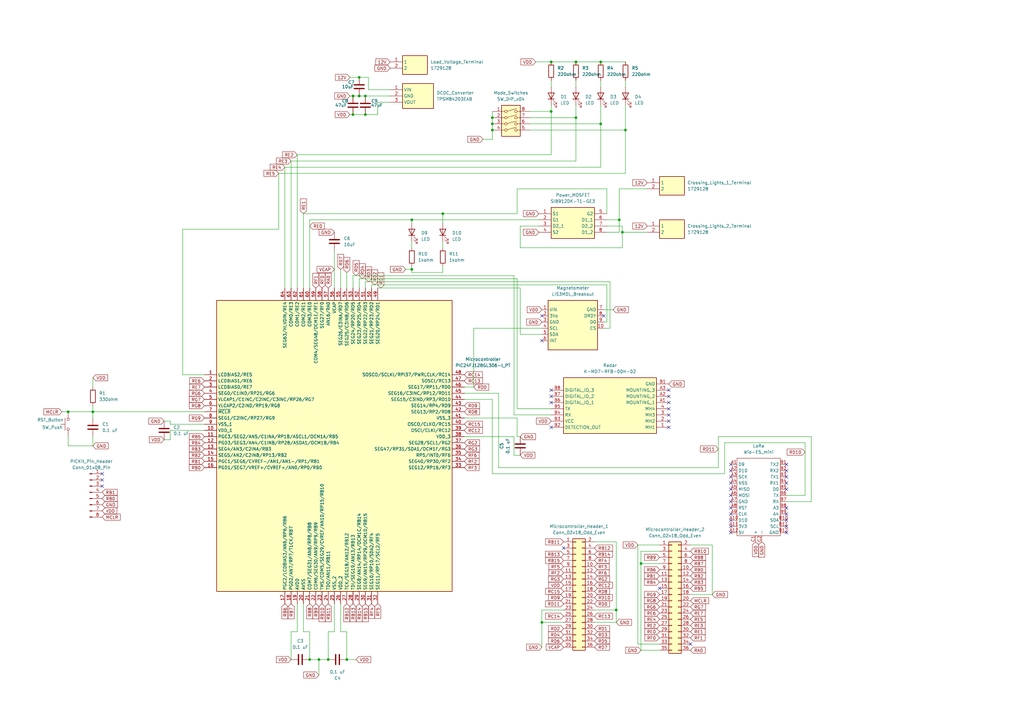
<source format=kicad_sch>
(kicad_sch (version 20231120) (generator "eeschema") (generator_version "8.0")
  (paper "A3")
  (title_block (title "Schematic for Train Detection and Warning System PCB") (date "2025-04-07") (rev "2") (company "Weber State University"))
  (junction (at 226.06 45.72))
  (junction (at 147.32 39.37))
  (junction (at 134.62 270.51))
  (junction (at 236.22 48.26))
  (junction (at 168.91 110.49))
  (junction (at 147.32 31.75))
  (junction (at 226.06 25.4))
  (junction (at 256.54 53.34))
  (junction (at 255.27 95.25))
  (junction (at 254 90.17))
  (junction (at 201.93 48.26))
  (junction (at 142.24 270.51))
  (junction (at 246.38 50.8))
  (junction (at 130.81 270.51))
  (junction (at 149.86 46.99))
  (junction (at 252.73 250.19))
  (junction (at 27.94 168.91))
  (junction (at 168.91 90.17))
  (junction (at 246.38 25.4))
  (junction (at 262.89 231.14))
  (junction (at 149.86 39.37))
  (junction (at 236.22 25.4))
  (junction (at 127 270.51))
  (junction (at 144.78 46.99))
  (junction (at 38.1 168.91))
  (junction (at 201.93 50.8))
  (junction (at 144.78 39.37))
  (junction (at 201.93 53.34))
  (junction (at 181.61 87.63))
  (junction (at 222.25 255.27))
  (no_connect (at 247.65 129.54))
  (no_connect (at 322.58 193.04))
  (no_connect (at 274.32 170.18))
  (no_connect (at 299.72 193.04))
  (no_connect (at 226.06 175.26))
  (no_connect (at 322.58 210.82))
  (no_connect (at 299.72 198.12))
  (no_connect (at 226.06 162.56))
  (no_connect (at 226.06 160.02))
  (no_connect (at 322.58 215.9))
  (no_connect (at 322.58 190.5))
  (no_connect (at 322.58 218.44))
  (no_connect (at 322.58 195.58))
  (no_connect (at 299.72 205.74))
  (no_connect (at 41.91 196.85))
  (no_connect (at 41.91 199.39))
  (no_connect (at 231.14 224.79))
  (no_connect (at 222.25 139.7))
  (no_connect (at 299.72 210.82))
  (no_connect (at 322.58 200.66))
  (no_connect (at 274.32 160.02))
  (no_connect (at 299.72 203.2))
  (no_connect (at 299.72 208.28))
  (no_connect (at 299.72 213.36))
  (no_connect (at 274.32 162.56))
  (no_connect (at 322.58 198.12))
  (no_connect (at 222.25 129.54))
  (no_connect (at 299.72 215.9))
  (no_connect (at 322.58 208.28))
  (no_connect (at 274.32 175.26))
  (no_connect (at 226.06 165.1))
  (no_connect (at 299.72 218.44))
  (no_connect (at 274.32 165.1))
  (no_connect (at 299.72 190.5))
  (no_connect (at 270.51 241.3))
  (no_connect (at 274.32 172.72))
  (no_connect (at 283.21 264.16))
  (no_connect (at 299.72 195.58))
  (no_connect (at 322.58 213.36))
  (no_connect (at 299.72 200.66))
  (no_connect (at 274.32 167.64))
  (no_connect (at 41.91 194.31))
  (wire (pts (xy 127 90.17) (xy 127 118.11)))
  (wire (pts (xy 332.74 205.74) (xy 322.58 205.74)))
  (wire (pts (xy 121.92 63.5) (xy 121.92 118.11)))
  (wire (pts (xy 168.91 109.22) (xy 168.91 110.49)))
  (wire (pts (xy 330.2 181.61) (xy 330.2 203.2)))
  (wire (pts (xy 142.24 111.76) (xy 142.24 118.11)))
  (wire (pts (xy 147.32 114.3) (xy 212.09 114.3)))
  (wire (pts (xy 270.51 264.16) (xy 261.62 264.16)))
  (wire (pts (xy 201.93 163.83) (xy 201.93 194.31)))
  (wire (pts (xy 248.92 87.63) (xy 248.92 77.47)))
  (wire (pts (xy 127 259.08) (xy 127 270.51)))
  (wire (pts (xy 201.93 48.26) (xy 201.93 45.72)))
  (wire (pts (xy 144.78 46.99) (xy 149.86 46.99)))
  (wire (pts (xy 124.46 247.65) (xy 124.46 259.08)))
  (wire (pts (xy 332.74 179.07) (xy 332.74 205.74)))
  (wire (pts (xy 181.61 87.63) (xy 124.46 87.63)))
  (wire (pts (xy 212.09 77.47) (xy 212.09 87.63)))
  (wire (pts (xy 69.85 176.53) (xy 69.85 180.34)))
  (wire (pts (xy 154.94 41.91) (xy 154.94 46.99)))
  (wire (pts (xy 222.25 255.27) (xy 231.14 255.27)))
  (wire (pts (xy 27.94 179.07) (xy 27.94 182.88)))
  (wire (pts (xy 248.92 90.17) (xy 254 90.17)))
  (wire (pts (xy 297.18 181.61) (xy 330.2 181.61)))
  (wire (pts (xy 270.51 226.06) (xy 262.89 226.06)))
  (wire (pts (xy 255.27 95.25) (xy 255.27 101.6)))
  (wire (pts (xy 130.81 270.51) (xy 134.62 270.51)))
  (wire (pts (xy 294.64 179.07) (xy 332.74 179.07)))
  (wire (pts (xy 236.22 43.18) (xy 236.22 48.26)))
  (wire (pts (xy 261.62 223.52) (xy 270.51 223.52)))
  (wire (pts (xy 69.85 173.99) (xy 83.82 173.99)))
  (wire (pts (xy 262.89 231.14) (xy 270.51 231.14)))
  (wire (pts (xy 143.51 31.75) (xy 147.32 31.75)))
  (wire (pts (xy 201.93 53.34) (xy 201.93 50.8)))
  (wire (pts (xy 226.06 63.5) (xy 121.92 63.5)))
  (wire (pts (xy 201.93 50.8) (xy 201.93 48.26)))
  (wire (pts (xy 38.1 168.91) (xy 38.1 171.45)))
  (wire (pts (xy 144.78 113.03) (xy 144.78 118.11)))
  (wire (pts (xy 38.1 179.07) (xy 38.1 182.88)))
  (wire (pts (xy 124.46 259.08) (xy 127 259.08)))
  (wire (pts (xy 213.36 92.71) (xy 213.36 101.6)))
  (wire (pts (xy 168.91 99.06) (xy 168.91 101.6)))
  (wire (pts (xy 262.89 226.06) (xy 262.89 231.14)))
  (wire (pts (xy 246.38 25.4) (xy 256.54 25.4)))
  (wire (pts (xy 194.31 134.62) (xy 222.25 134.62)))
  (wire (pts (xy 256.54 33.02) (xy 256.54 35.56)))
  (wire (pts (xy 283.21 223.52) (xy 292.1 223.52)))
  (wire (pts (xy 231.14 250.19) (xy 222.25 250.19)))
  (wire (pts (xy 142.24 259.08) (xy 139.7 259.08)))
  (wire (pts (xy 236.22 66.04) (xy 119.38 66.04)))
  (wire (pts (xy 212.09 179.07) (xy 212.09 171.45)))
  (wire (pts (xy 181.61 87.63) (xy 181.61 91.44)))
  (wire (pts (xy 256.54 53.34) (xy 256.54 71.12)))
  (wire (pts (xy 292.1 243.84) (xy 283.21 243.84)))
  (wire (pts (xy 137.16 102.87) (xy 137.16 118.11)))
  (wire (pts (xy 236.22 25.4) (xy 246.38 25.4)))
  (wire (pts (xy 226.06 45.72) (xy 226.06 63.5)))
  (wire (pts (xy 261.62 264.16) (xy 261.62 223.52)))
  (wire (pts (xy 147.32 39.37) (xy 149.86 39.37)))
  (wire (pts (xy 226.06 33.02) (xy 226.06 35.56)))
  (wire (pts (xy 25.4 168.91) (xy 27.94 168.91)))
  (wire (pts (xy 119.38 66.04) (xy 119.38 118.11)))
  (wire (pts (xy 149.86 39.37) (xy 160.02 39.37)))
  (wire (pts (xy 124.46 87.63) (xy 124.46 118.11)))
  (wire (pts (xy 330.2 203.2) (xy 322.58 203.2)))
  (wire (pts (xy 181.61 99.06) (xy 181.61 101.6)))
  (wire (pts (xy 83.82 153.67) (xy 74.93 153.67)))
  (wire (pts (xy 27.94 168.91) (xy 38.1 168.91)))
  (wire (pts (xy 142.24 259.08) (xy 142.24 270.51)))
  (wire (pts (xy 210.82 186.69) (xy 213.36 186.69)))
  (wire (pts (xy 121.92 247.65) (xy 121.92 259.08)))
  (wire (pts (xy 226.06 43.18) (xy 226.06 45.72)))
  (wire (pts (xy 144.78 39.37) (xy 147.32 39.37)))
  (wire (pts (xy 69.85 180.34) (xy 67.31 180.34)))
  (wire (pts (xy 248.92 132.08) (xy 248.92 116.84)))
  (wire (pts (xy 217.17 50.8) (xy 246.38 50.8)))
  (wire (pts (xy 69.85 172.72) (xy 67.31 172.72)))
  (wire (pts (xy 254 77.47) (xy 254 90.17)))
  (wire (pts (xy 190.5 163.83) (xy 201.93 163.83)))
  (wire (pts (xy 204.47 191.77) (xy 294.64 191.77)))
  (wire (pts (xy 254 95.25) (xy 254 90.17)))
  (wire (pts (xy 151.13 31.75) (xy 151.13 36.83)))
  (wire (pts (xy 149.86 115.57) (xy 149.86 118.11)))
  (wire (pts (xy 246.38 33.02) (xy 246.38 35.56)))
  (wire (pts (xy 247.65 132.08) (xy 248.92 132.08)))
  (wire (pts (xy 222.25 255.27) (xy 222.25 265.43)))
  (wire (pts (xy 38.1 168.91) (xy 83.82 168.91)))
  (wire (pts (xy 74.93 153.67) (xy 74.93 93.98)))
  (wire (pts (xy 226.06 25.4) (xy 236.22 25.4)))
  (wire (pts (xy 142.24 270.51) (xy 146.05 270.51)))
  (wire (pts (xy 198.12 57.15) (xy 201.93 57.15)))
  (wire (pts (xy 194.31 158.75) (xy 194.31 134.62)))
  (wire (pts (xy 130.81 276.86) (xy 130.81 270.51)))
  (wire (pts (xy 213.36 137.16) (xy 213.36 118.11)))
  (wire (pts (xy 147.32 31.75) (xy 151.13 31.75)))
  (wire (pts (xy 248.92 95.25) (xy 254 95.25)))
  (wire (pts (xy 204.47 161.29) (xy 204.47 191.77)))
  (wire (pts (xy 210.82 179.07) (xy 190.5 179.07)))
  (wire (pts (xy 236.22 48.26) (xy 236.22 66.04)))
  (wire (pts (xy 292.1 223.52) (xy 292.1 243.84)))
  (wire (pts (xy 219.71 25.4) (xy 226.06 25.4)))
  (wire (pts (xy 243.84 250.19) (xy 252.73 250.19)))
  (wire (pts (xy 201.93 57.15) (xy 201.93 53.34)))
  (wire (pts (xy 69.85 176.53) (xy 83.82 176.53)))
  (wire (pts (xy 116.84 68.58) (xy 116.84 118.11)))
  (wire (pts (xy 212.09 87.63) (xy 181.61 87.63)))
  (wire (pts (xy 210.82 186.69) (xy 210.82 179.07)))
  (wire (pts (xy 213.36 101.6) (xy 255.27 101.6)))
  (wire (pts (xy 143.51 39.37) (xy 144.78 39.37)))
  (wire (pts (xy 201.93 194.31) (xy 297.18 194.31)))
  (wire (pts (xy 119.38 259.08) (xy 119.38 270.51)))
  (wire (pts (xy 168.91 90.17) (xy 168.91 91.44)))
  (wire (pts (xy 166.37 110.49) (xy 168.91 110.49)))
  (wire (pts (xy 217.17 45.72) (xy 226.06 45.72)))
  (wire (pts (xy 217.17 48.26) (xy 236.22 48.26)))
  (wire (pts (xy 151.13 36.83) (xy 160.02 36.83)))
  (wire (pts (xy 247.65 127) (xy 251.46 127)))
  (wire (pts (xy 139.7 247.65) (xy 139.7 259.08)))
  (wire (pts (xy 250.19 134.62) (xy 250.19 115.57)))
  (wire (pts (xy 222.25 250.19) (xy 222.25 255.27)))
  (wire (pts (xy 74.93 93.98) (xy 114.3 93.98)))
  (wire (pts (xy 190.5 158.75) (xy 194.31 158.75)))
  (wire (pts (xy 212.09 167.64) (xy 226.06 167.64)))
  (wire (pts (xy 139.7 110.49) (xy 139.7 118.11)))
  (wire (pts (xy 181.61 111.76) (xy 181.61 109.22)))
  (wire (pts (xy 210.82 113.03) (xy 144.78 113.03)))
  (wire (pts (xy 147.32 118.11) (xy 147.32 114.3)))
  (wire (pts (xy 243.84 222.25) (xy 252.73 222.25)))
  (wire (pts (xy 256.54 43.18) (xy 256.54 53.34)))
  (wire (pts (xy 154.94 46.99) (xy 149.86 46.99)))
  (wire (pts (xy 121.92 259.08) (xy 119.38 259.08)))
  (wire (pts (xy 134.62 259.08) (xy 134.62 270.51)))
  (wire (pts (xy 168.91 111.76) (xy 181.61 111.76)))
  (wire (pts (xy 213.36 118.11) (xy 154.94 118.11)))
  (wire (pts (xy 212.09 114.3) (xy 212.09 167.64)))
  (wire (pts (xy 262.89 266.7) (xy 270.51 266.7)))
  (wire (pts (xy 114.3 71.12) (xy 114.3 93.98)))
  (wire (pts (xy 38.1 166.37) (xy 38.1 168.91)))
  (wire (pts (xy 265.43 77.47) (xy 254 77.47)))
  (wire (pts (xy 168.91 90.17) (xy 220.98 90.17)))
  (wire (pts (xy 27.94 182.88) (xy 38.1 182.88)))
  (wire (pts (xy 212.09 171.45) (xy 190.5 171.45)))
  (wire (pts (xy 252.73 222.25) (xy 252.73 250.19)))
  (wire (pts (xy 152.4 116.84) (xy 248.92 116.84)))
  (wire (pts (xy 210.82 170.18) (xy 210.82 113.03)))
  (wire (pts (xy 294.64 191.77) (xy 294.64 179.07)))
  (wire (pts (xy 246.38 68.58) (xy 116.84 68.58)))
  (wire (pts (xy 243.84 255.27) (xy 252.73 255.27)))
  (wire (pts (xy 127 270.51) (xy 130.81 270.51)))
  (wire (pts (xy 255.27 95.25) (xy 265.43 95.25)))
  (wire (pts (xy 247.65 134.62) (xy 250.19 134.62)))
  (wire (pts (xy 210.82 170.18) (xy 226.06 170.18)))
  (wire (pts (xy 152.4 116.84) (xy 152.4 118.11)))
  (wire (pts (xy 38.1 154.94) (xy 38.1 158.75)))
  (wire (pts (xy 217.17 53.34) (xy 256.54 53.34)))
  (wire (pts (xy 255.27 92.71) (xy 255.27 95.25)))
  (wire (pts (xy 236.22 33.02) (xy 236.22 35.56)))
  (wire (pts (xy 190.5 161.29) (xy 204.47 161.29)))
  (wire (pts (xy 256.54 71.12) (xy 114.3 71.12)))
  (wire (pts (xy 69.85 173.99) (xy 69.85 172.72)))
  (wire (pts (xy 246.38 43.18) (xy 246.38 50.8)))
  (wire (pts (xy 297.18 194.31) (xy 297.18 181.61)))
  (wire (pts (xy 212.09 179.07) (xy 213.36 179.07)))
  (wire (pts (xy 137.16 247.65) (xy 137.16 259.08)))
  (wire (pts (xy 246.38 50.8) (xy 246.38 68.58)))
  (wire (pts (xy 143.51 46.99) (xy 144.78 46.99)))
  (wire (pts (xy 160.02 41.91) (xy 154.94 41.91)))
  (wire (pts (xy 252.73 250.19) (xy 252.73 255.27)))
  (wire (pts (xy 220.98 92.71) (xy 213.36 92.71)))
  (wire (pts (xy 137.16 259.08) (xy 134.62 259.08)))
  (wire (pts (xy 127 90.17) (xy 168.91 90.17)))
  (wire (pts (xy 222.25 137.16) (xy 213.36 137.16)))
  (wire (pts (xy 262.89 231.14) (xy 262.89 266.7)))
  (wire (pts (xy 248.92 77.47) (xy 212.09 77.47)))
  (wire (pts (xy 168.91 110.49) (xy 168.91 111.76)))
  (wire (pts (xy 149.86 115.57) (xy 250.19 115.57)))
  (wire (pts (xy 248.92 92.71) (xy 255.27 92.71)))
  (global_label "RE5" (shape input) (at 114.3 71.12 180) (property "Intersheetrefs" "${INTERSHEET_REFS}" (effects (hide yes))))
  (global_label "VCAP" (shape input) (at 137.16 110.49 180) (property "Intersheetrefs" "${INTERSHEET_REFS}" (effects (hide yes))))
  (global_label "GND" (shape input) (at 252.73 255.27 0) (property "Intersheetrefs" "${INTERSHEET_REFS}" (effects (hide yes))))
  (global_label "GND" (shape input) (at 198.12 57.15 180) (property "Intersheetrefs" "${INTERSHEET_REFS}" (effects (hide yes))))
  (global_label "MCLR" (shape input) (at 41.91 212.09 0) (property "Intersheetrefs" "${INTERSHEET_REFS}" (effects (hide yes))))
  (global_label "RG3" (shape input) (at 231.14 237.49 180) (property "Intersheetrefs" "${INTERSHEET_REFS}" (effects (hide yes))))
  (global_label "RD11" (shape input) (at 294.64 184.15 180) (property "Intersheetrefs" "${INTERSHEET_REFS}" (effects (hide yes))))
  (global_label "RF4" (shape input) (at 243.84 229.87 0) (property "Intersheetrefs" "${INTERSHEET_REFS}" (effects (hide yes))))
  (global_label "RB2" (shape input) (at 283.21 236.22 0) (property "Intersheetrefs" "${INTERSHEET_REFS}" (effects (hide yes))))
  (global_label "RB9" (shape input) (at 129.54 247.65 270) (property "Intersheetrefs" "${INTERSHEET_REFS}" (effects (hide yes))))
  (global_label "GND" (shape input) (at 274.32 157.48 0) (property "Intersheetrefs" "${INTERSHEET_REFS}" (effects (hide yes))))
  (global_label "RB7" (shape input) (at 119.38 247.65 270) (property "Intersheetrefs" "${INTERSHEET_REFS}" (effects (hide yes))))
  (global_label "GND" (shape input) (at 213.36 179.07 0) (property "Intersheetrefs" "${INTERSHEET_REFS}" (effects (hide yes))))
  (global_label "RB2" (shape input) (at 83.82 186.69 180) (property "Intersheetrefs" "${INTERSHEET_REFS}" (effects (hide yes))))
  (global_label "RB10" (shape input) (at 283.21 226.06 0) (property "Intersheetrefs" "${INTERSHEET_REFS}" (effects (hide yes))))
  (global_label "RE6" (shape input) (at 270.51 251.46 180) (property "Intersheetrefs" "${INTERSHEET_REFS}" (effects (hide yes))))
  (global_label "RD6" (shape input) (at 142.24 111.76 90) (property "Intersheetrefs" "${INTERSHEET_REFS}" (effects (hide yes))))
  (global_label "GND" (shape input) (at 41.91 207.01 0) (property "Intersheetrefs" "${INTERSHEET_REFS}" (effects (hide yes))))
  (global_label "VDD" (shape input) (at 309.88 222.25 270) (property "Intersheetrefs" "${INTERSHEET_REFS}" (effects (hide yes))))
  (global_label "RF1" (shape input) (at 129.54 118.11 90) (property "Intersheetrefs" "${INTERSHEET_REFS}" (effects (hide yes))))
  (global_label "RG8" (shape input) (at 83.82 166.37 180) (property "Intersheetrefs" "${INTERSHEET_REFS}" (effects (hide yes))))
  (global_label "RE0" (shape input) (at 127 92.71 0) (property "Intersheetrefs" "${INTERSHEET_REFS}" (effects (hide yes))))
  (global_label "RE2" (shape input) (at 270.51 256.54 180) (property "Intersheetrefs" "${INTERSHEET_REFS}" (effects (hide yes))))
  (global_label "GND" (shape input) (at 251.46 127 0) (property "Intersheetrefs" "${INTERSHEET_REFS}" (effects (hide yes))))
  (global_label "RC12" (shape input) (at 190.5 176.53 0) (property "Intersheetrefs" "${INTERSHEET_REFS}" (effects (hide yes))))
  (global_label "RB12" (shape input) (at 243.84 224.79 0) (property "Intersheetrefs" "${INTERSHEET_REFS}" (effects (hide yes))))
  (global_label "RB14" (shape input) (at 243.84 227.33 0) (property "Intersheetrefs" "${INTERSHEET_REFS}" (effects (hide yes))))
  (global_label "RB1" (shape input) (at 270.51 236.22 180) (property "Intersheetrefs" "${INTERSHEET_REFS}" (effects (hide yes))))
  (global_label "VDD" (shape input) (at 146.05 270.51 0) (property "Intersheetrefs" "${INTERSHEET_REFS}" (effects (hide yes))))
  (global_label "RC14" (shape input) (at 190.5 153.67 0) (property "Intersheetrefs" "${INTERSHEET_REFS}" (effects (hide yes))))
  (global_label "RB0" (shape input) (at 83.82 191.77 180) (property "Intersheetrefs" "${INTERSHEET_REFS}" (effects (hide yes))))
  (global_label "RD3" (shape input) (at 151.13 115.57 90) (property "Intersheetrefs" "${INTERSHEET_REFS}" (effects (hide yes))))
  (global_label "RB15" (shape input) (at 231.14 229.87 180) (property "Intersheetrefs" "${INTERSHEET_REFS}" (effects (hide yes))))
  (global_label "RD2" (shape input) (at 231.14 257.81 180) (property "Intersheetrefs" "${INTERSHEET_REFS}" (effects (hide yes))))
  (global_label "RC15" (shape input) (at 231.14 242.57 180) (property "Intersheetrefs" "${INTERSHEET_REFS}" (effects (hide yes))))
  (global_label "MCLR" (shape input) (at 283.21 246.38 0) (property "Intersheetrefs" "${INTERSHEET_REFS}" (effects (hide yes))))
  (global_label "RD7" (shape input) (at 243.84 265.43 0) (property "Intersheetrefs" "${INTERSHEET_REFS}" (effects (hide yes))))
  (global_label "RD9" (shape input) (at 231.14 245.11 180) (property "Intersheetrefs" "${INTERSHEET_REFS}" (effects (hide yes))))
  (global_label "RF0" (shape input) (at 132.08 118.11 90) (property "Intersheetrefs" "${INTERSHEET_REFS}" (effects (hide yes))))
  (global_label "RG6" (shape input) (at 83.82 161.29 180) (property "Intersheetrefs" "${INTERSHEET_REFS}" (effects (hide yes))))
  (global_label "GND" (shape input) (at 262.89 266.7 180) (property "Intersheetrefs" "${INTERSHEET_REFS}" (effects (hide yes))))
  (global_label "VDD" (shape input) (at 231.14 240.03 180) (property "Intersheetrefs" "${INTERSHEET_REFS}" (effects (hide yes))))
  (global_label "GND" (shape input) (at 166.37 110.49 180) (property "Intersheetrefs" "${INTERSHEET_REFS}" (effects (hide yes))))
  (global_label "RC12" (shape input) (at 243.84 240.03 0) (property "Intersheetrefs" "${INTERSHEET_REFS}" (effects (hide yes))))
  (global_label "RB5" (shape input) (at 283.21 241.3 0) (property "Intersheetrefs" "${INTERSHEET_REFS}" (effects (hide yes))))
  (global_label "VDD" (shape input) (at 143.51 46.99 180) (property "Intersheetrefs" "${INTERSHEET_REFS}" (effects (hide yes))))
  (global_label "VDD" (shape input) (at 219.71 25.4 180) (property "Intersheetrefs" "${INTERSHEET_REFS}" (effects (hide yes))))
  (global_label "VDD" (shape input) (at 222.25 127 180) (property "Intersheetrefs" "${INTERSHEET_REFS}" (effects (hide yes))))
  (global_label "RD7" (shape input) (at 139.7 110.49 90) (property "Intersheetrefs" "${INTERSHEET_REFS}" (effects (hide yes))))
  (global_label "RG3" (shape input) (at 190.5 184.15 0) (property "Intersheetrefs" "${INTERSHEET_REFS}" (effects (hide yes))))
  (global_label "RD5" (shape input) (at 243.84 262.89 0) (property "Intersheetrefs" "${INTERSHEET_REFS}" (effects (hide yes))))
  (global_label "RB5" (shape input) (at 83.82 179.07 180) (property "Intersheetrefs" "${INTERSHEET_REFS}" (effects (hide yes))))
  (global_label "RF0" (shape input) (at 270.51 261.62 180) (property "Intersheetrefs" "${INTERSHEET_REFS}" (effects (hide yes))))
  (global_label "RD1" (shape input) (at 243.84 257.81 0) (property "Intersheetrefs" "${INTERSHEET_REFS}" (effects (hide yes))))
  (global_label "VDD" (shape input) (at 261.62 223.52 180) (property "Intersheetrefs" "${INTERSHEET_REFS}" (effects (hide yes))))
  (global_label "RG7" (shape input) (at 283.21 248.92 0) (property "Intersheetrefs" "${INTERSHEET_REFS}" (effects (hide yes))))
  (global_label "RE1" (shape input) (at 283.21 259.08 0) (property "Intersheetrefs" "${INTERSHEET_REFS}" (effects (hide yes))))
  (global_label "RE1" (shape input) (at 124.46 87.63 90) (property "Intersheetrefs" "${INTERSHEET_REFS}" (effects (hide yes))))
  (global_label "RD10" (shape input) (at 243.84 245.11 0) (property "Intersheetrefs" "${INTERSHEET_REFS}" (effects (hide yes))))
  (global_label "RD6" (shape input) (at 231.14 262.89 180) (property "Intersheetrefs" "${INTERSHEET_REFS}" (effects (hide yes))))
  (global_label "RE6" (shape input) (at 83.82 156.21 180) (property "Intersheetrefs" "${INTERSHEET_REFS}" (effects (hide yes))))
  (global_label "RD4" (shape input) (at 148.59 114.3 90) (property "Intersheetrefs" "${INTERSHEET_REFS}" (effects (hide yes))))
  (global_label "RD8" (shape input) (at 243.84 242.57 0) (property "Intersheetrefs" "${INTERSHEET_REFS}" (effects (hide yes))))
  (global_label "RG9" (shape input) (at 270.51 243.84 180) (property "Intersheetrefs" "${INTERSHEET_REFS}" (effects (hide yes))))
  (global_label "RB7" (shape input) (at 283.21 231.14 0) (property "Intersheetrefs" "${INTERSHEET_REFS}" (effects (hide yes))))
  (global_label "12V" (shape input) (at 143.51 31.75 180) (property "Intersheetrefs" "${INTERSHEET_REFS}" (effects (hide yes))))
  (global_label "VDD" (shape input) (at 119.38 270.51 180) (property "Intersheetrefs" "${INTERSHEET_REFS}" (effects (hide yes))))
  (global_label "GND" (shape input) (at 143.51 39.37 180) (property "Intersheetrefs" "${INTERSHEET_REFS}" (effects (hide yes))))
  (global_label "RG2" (shape input) (at 243.84 237.49 0) (property "Intersheetrefs" "${INTERSHEET_REFS}" (effects (hide yes))))
  (global_label "RD0" (shape input) (at 194.31 158.75 0) (property "Intersheetrefs" "${INTERSHEET_REFS}" (effects (hide yes))))
  (global_label "GND" (shape input) (at 38.1 182.88 0) (property "Intersheetrefs" "${INTERSHEET_REFS}" (effects (hide yes))))
  (global_label "RB3" (shape input) (at 283.21 238.76 0) (property "Intersheetrefs" "${INTERSHEET_REFS}" (effects (hide yes))))
  (global_label "RG2" (shape input) (at 190.5 181.61 0) (property "Intersheetrefs" "${INTERSHEET_REFS}" (effects (hide yes))))
  (global_label "RG9" (shape input) (at 83.82 171.45 180) (property "Intersheetrefs" "${INTERSHEET_REFS}" (effects (hide yes))))
  (global_label "RE7" (shape input) (at 83.82 158.75 180) (property "Intersheetrefs" "${INTERSHEET_REFS}" (effects (hide yes))))
  (global_label "GND" (shape input) (at 222.25 265.43 180) (property "Intersheetrefs" "${INTERSHEET_REFS}" (effects (hide yes))))
  (global_label "RD1" (shape input) (at 156.21 118.11 90) (property "Intersheetrefs" "${INTERSHEET_REFS}" (effects (hide yes))))
  (global_label "12V" (shape input) (at 265.43 92.71 180) (property "Intersheetrefs" "${INTERSHEET_REFS}" (effects (hide yes))))
  (global_label "VDD" (shape input) (at 41.91 209.55 0) (property "Intersheetrefs" "${INTERSHEET_REFS}" (effects (hide yes))))
  (global_label "GND" (shape input) (at 222.25 132.08 180) (property "Intersheetrefs" "${INTERSHEET_REFS}" (effects (hide yes))))
  (global_label "RF3" (shape input) (at 243.84 232.41 0) (property "Intersheetrefs" "${INTERSHEET_REFS}" (effects (hide yes))))
  (global_label "RB1" (shape input) (at 41.91 201.93 0) (property "Intersheetrefs" "${INTERSHEET_REFS}" (effects (hide yes))))
  (global_label "RF6" (shape input) (at 243.84 234.95 0) (property "Intersheetrefs" "${INTERSHEET_REFS}" (effects (hide yes))))
  (global_label "RB0" (shape input) (at 41.91 204.47 0) (property "Intersheetrefs" "${INTERSHEET_REFS}" (effects (hide yes))))
  (global_label "RB6" (shape input) (at 270.51 233.68 180) (property "Intersheetrefs" "${INTERSHEET_REFS}" (effects (hide yes))))
  (global_label "GND" (shape input) (at 67.31 172.72 180) (property "Intersheetrefs" "${INTERSHEET_REFS}" (effects (hide yes))))
  (global_label "RE4" (shape input) (at 270.51 254 180) (property "Intersheetrefs" "${INTERSHEET_REFS}" (effects (hide yes))))
  (global_label "RD0" (shape input) (at 243.84 247.65 0) (property "Intersheetrefs" "${INTERSHEET_REFS}" (effects (hide yes))))
  (global_label "VCAP" (shape input) (at 231.14 265.43 180) (property "Intersheetrefs" "${INTERSHEET_REFS}" (effects (hide yes))))
  (global_label "RF5" (shape input) (at 154.94 247.65 270) (property "Intersheetrefs" "${INTERSHEET_REFS}" (effects (hide yes))))
  (global_label "VDD" (shape input) (at 213.36 186.69 0) (property "Intersheetrefs" "${INTERSHEET_REFS}" (effects (hide yes))))
  (global_label "RG8" (shape input) (at 270.51 246.38 180) (property "Intersheetrefs" "${INTERSHEET_REFS}" (effects (hide yes))))
  (global_label "RD4" (shape input) (at 231.14 260.35 180) (property "Intersheetrefs" "${INTERSHEET_REFS}" (effects (hide yes))))
  (global_label "GND" (shape input) (at 292.1 243.84 0) (property "Intersheetrefs" "${INTERSHEET_REFS}" (effects (hide yes))))
  (global_label "RE4" (shape input) (at 116.84 68.58 180) (property "Intersheetrefs" "${INTERSHEET_REFS}" (effects (hide yes))))
  (global_label "RD11" (shape input) (at 231.14 247.65 180) (property "Intersheetrefs" "${INTERSHEET_REFS}" (effects (hide yes))))
  (global_label "GND" (shape input) (at 220.98 95.25 180) (property "Intersheetrefs" "${INTERSHEET_REFS}" (effects (hide yes))))
  (global_label "RF3" (shape input) (at 190.5 191.77 0) (property "Intersheetrefs" "${INTERSHEET_REFS}" (effects (hide yes))))
  (global_label "RB13" (shape input) (at 144.78 247.65 270) (property "Intersheetrefs" "${INTERSHEET_REFS}" (effects (hide yes))))
  (global_label "12V" (shape input) (at 160.02 25.4 180) (property "Intersheetrefs" "${INTERSHEET_REFS}" (effects (hide yes))))
  (global_label "RC13" (shape input) (at 243.84 252.73 0) (property "Intersheetrefs" "${INTERSHEET_REFS}" (effects (hide yes))))
  (global_label "MCLR" (shape input) (at 25.4 168.91 180) (property "Intersheetrefs" "${INTERSHEET_REFS}" (effects (hide yes))))
  (global_label "RC13" (shape input) (at 190.5 156.21 0) (property "Intersheetrefs" "${INTERSHEET_REFS}" (effects (hide yes))))
  (global_label "RA0" (shape input) (at 283.21 266.7 0) (property "Intersheetrefs" "${INTERSHEET_REFS}" (effects (hide yes))))
  (global_label "RF1" (shape input) (at 283.21 261.62 0) (property "Intersheetrefs" "${INTERSHEET_REFS}" (effects (hide yes))))
  (global_label "RD9" (shape input) (at 190.5 166.37 0) (property "Intersheetrefs" "${INTERSHEET_REFS}" (effects (hide yes))))
  (global_label "RB14" (shape input) (at 147.32 247.65 270) (property "Intersheetrefs" "${INTERSHEET_REFS}" (effects (hide yes))))
  (global_label "RF2" (shape input) (at 190.5 189.23 0) (property "Intersheetrefs" "${INTERSHEET_REFS}" (effects (hide yes))))
  (global_label "RB3" (shape input) (at 83.82 184.15 180) (property "Intersheetrefs" "${INTERSHEET_REFS}" (effects (hide yes))))
  (global_label "GND" (shape input) (at 130.81 276.86 180) (property "Intersheetrefs" "${INTERSHEET_REFS}" (effects (hide yes))))
  (global_label "RB10" (shape input) (at 132.08 247.65 270) (property "Intersheetrefs" "${INTERSHEET_REFS}" (effects (hide yes))))
  (global_label "RF2" (shape input) (at 231.14 234.95 180) (property "Intersheetrefs" "${INTERSHEET_REFS}" (effects (hide yes))))
  (global_label "RG6" (shape input) (at 270.51 248.92 180) (property "Intersheetrefs" "${INTERSHEET_REFS}" (effects (hide yes))))
  (global_label "RB8" (shape input) (at 127 247.65 270) (property "Intersheetrefs" "${INTERSHEET_REFS}" (effects (hide yes))))
  (global_label "RF4" (shape input) (at 152.4 247.65 270) (property "Intersheetrefs" "${INTERSHEET_REFS}" (effects (hide yes))))
  (global_label "RC15" (shape input) (at 190.5 173.99 0) (property "Intersheetrefs" "${INTERSHEET_REFS}" (effects (hide yes))))
  (global_label "GND" (shape input) (at 137.16 95.25 180) (property "Intersheetrefs" "${INTERSHEET_REFS}" (effects (hide yes))))
  (global_label "RB11" (shape input) (at 231.14 222.25 180) (property "Intersheetrefs" "${INTERSHEET_REFS}" (effects (hide yes))))
  (global_label "RE2" (shape input) (at 121.92 63.5 180) (property "Intersheetrefs" "${INTERSHEET_REFS}" (effects (hide yes))))
  (global_label "RB6" (shape input) (at 116.84 247.65 270) (property "Intersheetrefs" "${INTERSHEET_REFS}" (effects (hide yes))))
  (global_label "RC14" (shape input) (at 231.14 252.73 180) (property "Intersheetrefs" "${INTERSHEET_REFS}" (effects (hide yes))))
  (global_label "RB0" (shape input) (at 283.21 233.68 0) (property "Intersheetrefs" "${INTERSHEET_REFS}" (effects (hide yes))))
  (global_label "RE5" (shape input) (at 283.21 254 0) (property "Intersheetrefs" "${INTERSHEET_REFS}" (effects (hide yes))))
  (global_label "RB4" (shape input) (at 83.82 181.61 180) (property "Intersheetrefs" "${INTERSHEET_REFS}" (effects (hide yes))))
  (global_label "VDD" (shape input) (at 226.06 172.72 180) (property "Intersheetrefs" "${INTERSHEET_REFS}" (effects (hide yes))))
  (global_label "RB13" (shape input) (at 231.14 227.33 180) (property "Intersheetrefs" "${INTERSHEET_REFS}" (effects (hide yes))))
  (global_label "RG7" (shape input) (at 83.82 163.83 180) (property "Intersheetrefs" "${INTERSHEET_REFS}" (effects (hide yes))))
  (global_label "RD2" (shape input) (at 153.67 116.84 90) (property "Intersheetrefs" "${INTERSHEET_REFS}" (effects (hide yes))))
  (global_label "RB9" (shape input) (at 270.51 228.6 180) (property "Intersheetrefs" "${INTERSHEET_REFS}" (effects (hide yes))))
  (global_label "RB1" (shape input) (at 83.82 189.23 180) (property "Intersheetrefs" "${INTERSHEET_REFS}" (effects (hide yes))))
  (global_label "RE3" (shape input) (at 283.21 256.54 0) (property "Intersheetrefs" "${INTERSHEET_REFS}" (effects (hide yes))))
  (global_label "RA0" (shape input) (at 134.62 118.11 90) (property "Intersheetrefs" "${INTERSHEET_REFS}" (effects (hide yes))))
  (global_label "GND" (shape input) (at 160.02 27.94 180) (property "Intersheetrefs" "${INTERSHEET_REFS}" (effects (hide yes))))
  (global_label "RB4" (shape input) (at 270.51 238.76 180) (property "Intersheetrefs" "${INTERSHEET_REFS}" (effects (hide yes))))
  (global_label "12V" (shape input) (at 265.43 74.93 180) (property "Intersheetrefs" "${INTERSHEET_REFS}" (effects (hide yes))))
  (global_label "RD5" (shape input) (at 146.05 113.03 90) (property "Intersheetrefs" "${INTERSHEET_REFS}" (effects (hide yes))))
  (global_label "RE7" (shape input) (at 283.21 251.46 0) (property "Intersheetrefs" "${INTERSHEET_REFS}" (effects (hide yes))))
  (global_label "RD3" (shape input) (at 243.84 260.35 0) (property "Intersheetrefs" "${INTERSHEET_REFS}" (effects (hide yes))))
  (global_label "GND" (shape input) (at 220.98 87.63 180) (property "Intersheetrefs" "${INTERSHEET_REFS}" (effects (hide yes))))
  (global_label "RB8" (shape input) (at 283.21 228.6 0) (property "Intersheetrefs" "${INTERSHEET_REFS}" (effects (hide yes))))
  (global_label "RF5" (shape input) (at 231.14 232.41 180) (property "Intersheetrefs" "${INTERSHEET_REFS}" (effects (hide yes))))
  (global_label "VDD" (shape input) (at 67.31 180.34 180) (property "Intersheetrefs" "${INTERSHEET_REFS}" (effects (hide yes))))
  (global_label "RB15" (shape input) (at 149.86 247.65 270) (property "Intersheetrefs" "${INTERSHEET_REFS}" (effects (hide yes))))
  (global_label "RD10" (shape input) (at 330.2 185.42 180) (property "Intersheetrefs" "${INTERSHEET_REFS}" (effects (hide yes))))
  (global_label "VDD" (shape input) (at 38.1 154.94 0) (property "Intersheetrefs" "${INTERSHEET_REFS}" (effects (hide yes))))
  (global_label "RB12" (shape input) (at 142.24 247.65 270) (property "Intersheetrefs" "${INTERSHEET_REFS}" (effects (hide yes))))
  (global_label "RF6" (shape input) (at 190.5 186.69 0) (property "Intersheetrefs" "${INTERSHEET_REFS}" (effects (hide yes))))
  (global_label "RE3" (shape input) (at 119.38 66.04 180) (property "Intersheetrefs" "${INTERSHEET_REFS}" (effects (hide yes))))
  (global_label "RE0" (shape input) (at 270.51 259.08 180) (property "Intersheetrefs" "${INTERSHEET_REFS}" (effects (hide yes))))
  (global_label "GND" (shape input) (at 312.42 222.25 270) (property "Intersheetrefs" "${INTERSHEET_REFS}" (effects (hide yes))))
  (global_label "RB11" (shape input) (at 134.62 247.65 270) (property "Intersheetrefs" "${INTERSHEET_REFS}" (effects (hide yes))))
  (global_label "RD8" (shape input) (at 190.5 168.91 0) (property "Intersheetrefs" "${INTERSHEET_REFS}" (effects (hide yes))))
  (symbol (lib_id "Screw_Terminal_Symbols:1729128") (at 265.43 92.71 0) (unit 1)
    (property "Reference" "Crossing_Lights_2_Terminal" (at 281.94 92.7099 0) (effects (justify left)))
    (property "Value" "1729128" (at 281.94 95.2499 0) (effects (justify left)))
    (property "Footprint" "Screw_Terminal:1729128" (effects (hide yes)))
    (property "Datasheet" "http://www.phoenixcontact.net/product/1729128" (effects (hide yes)))
    (property "Description" "PCB terminal block, nominal current: 13.5 A, rated voltage (III/2): 400 V, nominal cross section: 1.5 mm?, Number of potentials: 2, Number of rows: 1, Number of positions per row: 2, product range: MKDSN 1,5, pitch: 5.08 mm, connection method: Screw connection with tension sleeve, mounting: Wave soldering, conductor/PCB connection direction: 0 ?, color: green, Pin layout: Linear pinning, Solder pin [P]: 3.5 mm, type of packaging: packed in cardboard" (effects (hide yes)))
    (property "Height" "10.15" (effects (hide yes)))
    (property "Mouser Part Number" "651-1729128" (effects (hide yes)))
    (property "Mouser Price/Stock" "https://www.mouser.co.uk/ProductDetail/Phoenix-Contact/1729128?qs=GFUSqQMLmmnCBVBY3dts9w%3D%3D" (effects (hide yes)))
    (property "Manufacturer_Name" "Phoenix Contact" (effects (hide yes)))
    (property "Manufacturer_Part_Number" "1729128" (effects (hide yes)))
  )
  (symbol (lib_id "Device:R") (at 168.91 105.41 0) (unit 1)
    (property "Reference" "R10" (at 171.45 104.1399 0) (effects (justify left)))
    (property "Value" "1kohm" (at 171.45 106.6799 0) (effects (justify left)))
    (property "Footprint" "Resistor_SMD:R_0603_1608Metric" (effects (hide yes)))
    (property "Description" "Resistor" (effects (hide yes)))
  )
  (symbol (lib_id "Device:LED") (at 256.54 39.37 90) (unit 1)
    (property "Reference" "D4" (at 260.35 39.6874 90) (effects (justify right)))
    (property "Value" "LED" (at 260.35 42.2274 90) (effects (justify right)))
    (property "Footprint" "LED_THT:LED_D5.0mm" (effects (hide yes)))
    (property "Description" "Light emitting diode" (effects (hide yes)))
  )
  (symbol (lib_id "Device:R") (at 256.54 29.21 0) (unit 1)
    (property "Reference" "R5" (at 259.08 27.9399 0) (effects (justify left)))
    (property "Value" "220ohm" (at 259.08 30.4799 0) (effects (justify left)))
    (property "Footprint" "Resistor_SMD:R_0603_1608Metric" (effects (hide yes)))
    (property "Description" "Resistor" (effects (hide yes)))
  )
  (symbol (lib_id "Device:C") (at 147.32 35.56 0) (unit 1)
    (property "Reference" "C7" (at 142.748 33.782 0) (effects (justify left)))
    (property "Value" "10uF" (at 140.208 35.56 0) (effects (justify left)))
    (property "Footprint" "Capacitor_SMD:C_0603_1608Metric" (effects (hide yes)))
    (property "Description" "Unpolarized capacitor" (effects (hide yes)))
  )
  (symbol (lib_id "PIC24FJ128GL306-I_PT1.1:PIC24FJ128GL306-I_PT") (at 83.82 153.67 0) (unit 1)
    (property "Reference" "Microcontroller" (at 198.12 147.3514 0))
    (property "Value" "PIC24FJ128GL306-I_PT" (at 198.12 149.8914 0))
    (property "Footprint" "pic24_footprint:QFP50P1200X1200X120-64N" (effects (hide yes)))
    (property "Datasheet" "http://ww1.microchip.com/downloads/en/DeviceDoc/PIC24FJ128GL306-Family-Data-Sheet-DS30010198B.pdf" (effects (hide yes)))
    (property "Description" "16-bit Microcontrollers - MCU 16-bit, 16 MIPS, 128KB ECC Flash, 8KB RAM, LCD, XLP, 64-pin" (effects (hide yes)))
    (property "Height" "1.2" (effects (hide yes)))
    (property "Mouser Part Number" "579-C24FJ128GL306IPT" (effects (hide yes)))
    (property "Mouser Price/Stock" "https://www.mouser.co.uk/ProductDetail/Microchip-Technology/PIC24FJ128GL306-I-PT?qs=GBLSl2AkirtHmG5CiG9GPw%3D%3D" (effects (hide yes)))
    (property "Manufacturer_Name" "Microchip" (effects (hide yes)))
    (property "Manufacturer_Part_Number" "PIC24FJ128GL306-I/PT" (effects (hide yes)))
  )
  (symbol (lib_id "Device:C") (at 137.16 99.06 0) (unit 1)
    (property "Reference" "C6" (at 140.97 97.7899 0) (effects (justify left)))
    (property "Value" "10uF" (at 140.97 100.3299 0) (effects (justify left)))
    (property "Footprint" "Capacitor_SMD:C_0603_1608Metric" (effects (hide yes)))
    (property "Description" "Unpolarized capacitor" (effects (hide yes)))
  )
  (symbol (lib_id "Device:C") (at 123.19 270.51 270) (unit 1)
    (property "Reference" "C3" (at 123.19 262.89 90))
    (property "Value" "0.1 uF" (at 123.19 265.43 90))
    (property "Footprint" "Capacitor_SMD:C_0603_1608Metric" (effects (hide yes)))
    (property "Description" "Unpolarized capacitor" (effects (hide yes)))
  )
  (symbol (lib_id "Device:C") (at 213.36 182.88 0) (unit 1)
    (property "Reference" "C5" (at 205.74 182.88 90))
    (property "Value" "0.1 uF" (at 208.28 182.88 90))
    (property "Footprint" "Capacitor_SMD:C_0603_1608Metric" (effects (hide yes)))
    (property "Description" "Unpolarized capacitor" (effects (hide yes)))
  )
  (symbol (lib_id "Device:C") (at 138.43 270.51 90) (unit 1)
    (property "Reference" "C4" (at 138.43 278.13 90))
    (property "Value" "0.1 uF" (at 138.43 275.59 90))
    (property "Footprint" "Capacitor_SMD:C_0603_1608Metric" (effects (hide yes)))
    (property "Description" "Unpolarized capacitor" (effects (hide yes)))
  )
  (symbol (lib_id "Device:R") (at 181.61 105.41 0) (unit 1)
    (property "Reference" "R11" (at 184.15 104.1399 0) (effects (justify left)))
    (property "Value" "1kohm" (at 184.15 106.6799 0) (effects (justify left)))
    (property "Footprint" "Resistor_SMD:R_0603_1608Metric" (effects (hide yes)))
    (property "Description" "Resistor" (effects (hide yes)))
  )
  (symbol (lib_id "LoRa_Tranciever:Wio-E5_min") (at 307.34 193.04 0) (unit 1)
    (property "Reference" "LoRa" (at 311.15 182.88 0))
    (property "Value" "Wio-E5_mini" (at 311.15 185.42 0))
    (property "Footprint" "LoRa Tranciever:Wio-E5_mini" (effects (hide yes)))
  )
  (symbol (lib_id "K-MD7-RFB-00H-02:K-MD7-RFB-00H-02") (at 274.32 175.26 180) (unit 1)
    (property "Reference" "Radar" (at 250.19 149.86 0))
    (property "Value" "K-MD7-RFB-00H-02" (at 250.19 152.4 0))
    (property "Footprint" "Radar:KMD7RFB00H02" (effects (hide yes)))
    (property "Datasheet" "https://rfbeam.ch/wp-content/uploads/dlm_uploads/2023/04/Datasheet_K-MD7.pdf" (effects (hide yes)))
    (property "Description" "RF Transceiver 24GHz digital multi target tracking radar" (effects (hide yes)))
    (property "Height" "8.3" (effects (hide yes)))
    (property "Manufacturer_Name" "RFBEAM" (effects (hide yes)))
    (property "Manufacturer_Part_Number" "K-MD7-RFB-00H-02" (effects (hide yes)))
  )
  (symbol (lib_id "Switch:SW_DIP_x04") (at 209.55 50.8 0) (unit 1)
    (property "Reference" "Mode_Switches" (at 209.55 38.1 0))
    (property "Value" "SW_DIP_x04" (at 209.55 40.64 0))
    (property "Footprint" "Button_Switch_THT:SW_DIP_SPSTx04_Piano_10.8x11.72mm_W7.62mm_P2.54mm" (effects (hide yes)))
    (property "Description" "4x DIP Switch, Single Pole Single Throw (SPST) switch, small symbol" (effects (hide yes)))
  )
  (symbol (lib_id "Screw_Terminal_Symbols:1729128") (at 265.43 74.93 0) (unit 1)
    (property "Reference" "Crossing_Lights_1_Terminal" (at 281.94 74.9299 0) (effects (justify left)))
    (property "Value" "1729128" (at 281.94 77.4699 0) (effects (justify left)))
    (property "Footprint" "Screw_Terminal:1729128" (effects (hide yes)))
    (property "Datasheet" "http://www.phoenixcontact.net/product/1729128" (effects (hide yes)))
    (property "Description" "PCB terminal block, nominal current: 13.5 A, rated voltage (III/2): 400 V, nominal cross section: 1.5 mm?, Number of potentials: 2, Number of rows: 1, Number of positions per row: 2, product range: MKDSN 1,5, pitch: 5.08 mm, connection method: Screw connection with tension sleeve, mounting: Wave soldering, conductor/PCB connection direction: 0 ?, color: green, Pin layout: Linear pinning, Solder pin [P]: 3.5 mm, type of packaging: packed in cardboard" (effects (hide yes)))
    (property "Height" "10.15" (effects (hide yes)))
    (property "Mouser Part Number" "651-1729128" (effects (hide yes)))
    (property "Mouser Price/Stock" "https://www.mouser.co.uk/ProductDetail/Phoenix-Contact/1729128?qs=GFUSqQMLmmnCBVBY3dts9w%3D%3D" (effects (hide yes)))
    (property "Manufacturer_Name" "Phoenix Contact" (effects (hide yes)))
    (property "Manufacturer_Part_Number" "1729128" (effects (hide yes)))
  )
  (symbol (lib_id "Device:C") (at 144.78 43.18 0) (unit 1)
    (property "Reference" "C8" (at 140.208 41.402 0) (effects (justify left)))
    (property "Value" "47uF" (at 137.414 43.18 0) (effects (justify left)))
    (property "Footprint" "Capacitor_SMD:C_1210_3225Metric" (effects (hide yes)))
    (property "Description" "Unpolarized capacitor" (effects (hide yes)))
  )
  (symbol (lib_id "Step_Down_Voltage:TPSM84203EAB") (at 160.02 36.83 0) (unit 1)
    (property "Reference" "DCDC_Converter" (at 179.07 38.0999 0) (effects (justify left)))
    (property "Value" "TPSM84203EAB" (at 179.07 40.6399 0) (effects (justify left)))
    (property "Footprint" "Step_Down_Voltage:TPSM84203EAB" (effects (hide yes)))
    (property "Datasheet" "http://www.ti.com/lit/gpn/tpsm84203" (effects (hide yes)))
    (property "Description" "1.5A, 28V Input, 3.3V Output, TO-220 Power Module" (effects (hide yes)))
    (property "Height" "11.1" (effects (hide yes)))
    (property "Mouser Part Number" "595-TPSM84203EAB" (effects (hide yes)))
    (property "Mouser Price/Stock" "https://www.mouser.co.uk/ProductDetail/Texas-Instruments/TPSM84203EAB?qs=EU6FO9ffTwdvD6IyQBtt5A%3D%3D" (effects (hide yes)))
    (property "Manufacturer_Name" "Texas Instruments" (effects (hide yes)))
    (property "Manufacturer_Part_Number" "TPSM84203EAB" (effects (hide yes)))
  )
  (symbol (lib_id "Connector_Generic:Conn_02x18_Odd_Even") (at 236.22 242.57 0) (unit 1)
    (property "Reference" "Microcontroller_Header_1" (at 237.49 215.9 0))
    (property "Value" "Conn_02x18_Odd_Even" (at 237.49 218.44 0))
    (property "Footprint" "Connector_PinSocket_2.54mm:PinSocket_2x18_P2.54mm_Vertical" (effects (hide yes)))
    (property "Description" "Generic connector, double row, 02x18, odd/even pin numbering scheme (row 1 odd numbers, row 2 even numbers), script generated (kicad-library-utils/schlib/autogen/connector/)" (effects (hide yes)))
  )
  (symbol (lib_id "Device:R") (at 236.22 29.21 0) (unit 1)
    (property "Reference" "R3" (at 238.76 27.9399 0) (effects (justify left)))
    (property "Value" "220ohm" (at 238.76 30.4799 0) (effects (justify left)))
    (property "Footprint" "Resistor_SMD:R_0603_1608Metric" (effects (hide yes)))
    (property "Description" "Resistor" (effects (hide yes)))
  )
  (symbol (lib_id "Connector:Conn_01x08_Pin") (at 36.83 201.93 0) (unit 1)
    (property "Reference" "PICKit_Pin_Header" (at 37.465 189.23 0))
    (property "Value" "Conn_01x08_Pin" (at 37.465 191.77 0))
    (property "Footprint" "Connector_PinHeader_2.54mm:PinHeader_1x08_P2.54mm_Horizontal" (effects (hide yes)))
    (property "Description" "Generic connector, single row, 01x08, script generated" (effects (hide yes)))
  )
  (symbol (lib_id "SIB912DK-T1-GE3:SIB912DK-T1-GE3") (at 220.98 87.63 0) (unit 1)
    (property "Reference" "Power_MOSFET" (at 234.95 80.01 0))
    (property "Value" "SIB912DK-T1-GE3" (at 234.95 82.55 0))
    (property "Footprint" "Power_MOSFET:SIB912DKT1GE3" (effects (hide yes)))
    (property "Datasheet" "http://www.vishay.com/docs/68883/sib912dk.pdf" (effects (hide yes)))
    (property "Description" "MOSFET 20V Vds 8V Vgs PowerPAK SC-75" (effects (hide yes)))
    (property "Height" "0.85" (effects (hide yes)))
    (property "Mouser Part Number" "781-SIB912DK-GE3" (effects (hide yes)))
    (property "Mouser Price/Stock" "https://www.mouser.co.uk/ProductDetail/Vishay-Siliconix/SIB912DK-T1-GE3?qs=%252BPu8jn5UVnHGMKmKFaGqHw%3D%3D" (effects (hide yes)))
    (property "Manufacturer_Name" "Vishay" (effects (hide yes)))
    (property "Manufacturer_Part_Number" "SIB912DK-T1-GE3" (effects (hide yes)))
  )
  (symbol (lib_id "Device:LED") (at 226.06 39.37 90) (unit 1)
    (property "Reference" "D1" (at 229.87 39.6874 90) (effects (justify right)))
    (property "Value" "LED" (at 229.87 42.2274 90) (effects (justify right)))
    (property "Footprint" "LED_THT:LED_D5.0mm" (effects (hide yes)))
    (property "Description" "Light emitting diode" (effects (hide yes)))
  )
  (symbol (lib_id "Device:LED") (at 181.61 95.25 90) (unit 1)
    (property "Reference" "D10" (at 185.42 95.5674 90) (effects (justify right)))
    (property "Value" "LED" (at 185.42 98.1074 90) (effects (justify right)))
    (property "Footprint" "LED_THT:LED_D5.0mm" (effects (hide yes)))
    (property "Description" "Light emitting diode" (effects (hide yes)))
  )
  (symbol (lib_id "Sensor_Magnetic:LIS3MDL_Breakout") (at 264.16 162.56 0) (unit 1)
    (property "Reference" "Magnetometer" (at 234.95 118.11 0))
    (property "Value" "LIS3MDL_Breakout" (at 234.95 120.65 0))
    (property "Footprint" "Adafruit-LIS3MDL-PCB-master:LIS3MDL" (effects (hide yes)))
    (property "Datasheet" "https://www.st.com/resource/en/datasheet/lis3mdl.pdf" (effects (hide yes)))
    (property "Description" "Ultra-low-power, 3-axis digital output magnetometer, LGA-12" (effects (hide yes)))
  )
  (symbol (lib_id "Device:R") (at 226.06 29.21 0) (unit 1)
    (property "Reference" "R2" (at 228.6 27.9399 0) (effects (justify left)))
    (property "Value" "220ohm" (at 228.6 30.4799 0) (effects (justify left)))
    (property "Footprint" "Resistor_SMD:R_0603_1608Metric" (effects (hide yes)))
    (property "Description" "Resistor" (effects (hide yes)))
  )
  (symbol (lib_id "Device:R") (at 38.1 162.56 0) (unit 1)
    (property "Reference" "R1" (at 40.64 161.2899 0) (effects (justify left)))
    (property "Value" "330ohm" (at 40.64 163.8299 0) (effects (justify left)))
    (property "Footprint" "Resistor_SMD:R_0603_1608Metric" (effects (hide yes)))
    (property "Description" "Resistor" (effects (hide yes)))
  )
  (symbol (lib_id "Device:R") (at 246.38 29.21 0) (unit 1)
    (property "Reference" "R4" (at 248.92 27.9399 0) (effects (justify left)))
    (property "Value" "220ohm" (at 248.92 30.4799 0) (effects (justify left)))
    (property "Footprint" "Resistor_SMD:R_0603_1608Metric" (effects (hide yes)))
    (property "Description" "Resistor" (effects (hide yes)))
  )
  (symbol (lib_id "Device:C") (at 38.1 175.26 0) (unit 1)
    (property "Reference" "C1" (at 41.91 173.9899 0) (effects (justify left)))
    (property "Value" "0.1 uF" (at 41.91 176.5299 0) (effects (justify left)))
    (property "Footprint" "Capacitor_SMD:C_0603_1608Metric" (effects (hide yes)))
    (property "Description" "Unpolarized capacitor" (effects (hide yes)))
  )
  (symbol (lib_id "Connector_Generic:Conn_02x18_Odd_Even") (at 275.59 243.84 0) (unit 1)
    (property "Reference" "Microcontroller_Header_2" (at 276.86 217.17 0))
    (property "Value" "Conn_02x18_Odd_Even" (at 276.86 219.71 0))
    (property "Footprint" "Connector_PinSocket_2.54mm:PinSocket_2x18_P2.54mm_Vertical" (effects (hide yes)))
    (property "Description" "Generic connector, double row, 02x18, odd/even pin numbering scheme (row 1 odd numbers, row 2 even numbers), script generated (kicad-library-utils/schlib/autogen/connector/)" (effects (hide yes)))
  )
  (symbol (lib_id "Switch:SW_Push") (at 27.94 173.99 90) (unit 1)
    (property "Reference" "RST_Button" (at 15.24 172.212 90) (effects (justify right)))
    (property "Value" "SW_Push" (at 17.272 175.26 90) (effects (justify right)))
    (property "Description" "Push button switch, generic, two pins" (effects (hide yes)))
  )
  (symbol (lib_id "Device:LED") (at 168.91 95.25 90) (unit 1)
    (property "Reference" "D9" (at 172.72 95.5674 90) (effects (justify right)))
    (property "Value" "LED" (at 172.72 98.1074 90) (effects (justify right)))
    (property "Footprint" "LED_THT:LED_D5.0mm" (effects (hide yes)))
    (property "Description" "Light emitting diode" (effects (hide yes)))
  )
  (symbol (lib_id "Device:LED") (at 246.38 39.37 90) (unit 1)
    (property "Reference" "D3" (at 250.19 39.6874 90) (effects (justify right)))
    (property "Value" "LED" (at 250.19 42.2274 90) (effects (justify right)))
    (property "Footprint" "LED_THT:LED_D5.0mm" (effects (hide yes)))
    (property "Description" "Light emitting diode" (effects (hide yes)))
  )
  (symbol (lib_id "Device:LED") (at 236.22 39.37 90) (unit 1)
    (property "Reference" "D2" (at 240.03 39.6874 90) (effects (justify right)))
    (property "Value" "LED" (at 240.03 42.2274 90) (effects (justify right)))
    (property "Footprint" "LED_THT:LED_D5.0mm" (effects (hide yes)))
    (property "Description" "Light emitting diode" (effects (hide yes)))
  )
  (symbol (lib_id "Device:C") (at 149.86 43.18 180) (unit 1)
    (property "Reference" "C9" (at 154.94 41.402 0) (effects (justify left)))
    (property "Value" "47uF" (at 156.972 43.18 0) (effects (justify left)))
    (property "Footprint" "Capacitor_SMD:C_1210_3225Metric" (effects (hide yes)))
    (property "Description" "Unpolarized capacitor" (effects (hide yes)))
  )
  (symbol (lib_id "Screw_Terminal_Symbols:1729128") (at 160.02 25.4 0) (unit 1)
    (property "Reference" "Load_Voltage_Terminal" (at 176.53 25.3999 0) (effects (justify left)))
    (property "Value" "1729128" (at 176.53 27.9399 0) (effects (justify left)))
    (property "Footprint" "Screw_Terminal:1729128" (effects (hide yes)))
    (property "Datasheet" "http://www.phoenixcontact.net/product/1729128" (effects (hide yes)))
    (property "Description" "PCB terminal block, nominal current: 13.5 A, rated voltage (III/2): 400 V, nominal cross section: 1.5 mm?, Number of potentials: 2, Number of rows: 1, Number of positions per row: 2, product range: MKDSN 1,5, pitch: 5.08 mm, connection method: Screw connection with tension sleeve, mounting: Wave soldering, conductor/PCB connection direction: 0 ?, color: green, Pin layout: Linear pinning, Solder pin [P]: 3.5 mm, type of packaging: packed in cardboard" (effects (hide yes)))
    (property "Height" "10.15" (effects (hide yes)))
    (property "Mouser Part Number" "651-1729128" (effects (hide yes)))
    (property "Mouser Price/Stock" "https://www.mouser.co.uk/ProductDetail/Phoenix-Contact/1729128?qs=GFUSqQMLmmnCBVBY3dts9w%3D%3D" (effects (hide yes)))
    (property "Manufacturer_Name" "Phoenix Contact" (effects (hide yes)))
    (property "Manufacturer_Part_Number" "1729128" (effects (hide yes)))
  )
  (symbol (lib_id "Device:C") (at 67.31 176.53 0) (unit 1)
    (property "Reference" "C2" (at 71.12 175.2599 0) (effects (justify left)))
    (property "Value" "0.1 uF" (at 71.12 177.7999 0) (effects (justify left)))
    (property "Footprint" "Capacitor_SMD:C_0603_1608Metric" (effects (hide yes)))
    (property "Description" "Unpolarized capacitor" (effects (hide yes)))
  )
  (sheet (at 259.08 -68.58) (size 66.04 30.48) (stroke (width 0.1524))
    (property "Sheetname" "mode_power_lights" (at 259.08 -69.2916 0) (effects (justify left bottom)))
    (property "Sheetfile" "mode_switches.kicad_sch" (at 259.08 -37.5154 0) (effects (justify left top)))
  )
  (sheet (at 256.54 -17.78) (size 15.24 2.54) (stroke (width 0.1524))
    (property "Sheetname" "microcontroller" (at 256.54 -18.4916 0) (effects (justify left bottom)))
    (property "Sheetfile" "microcontroller.kicad_sch" (at 256.54 -14.6554 0) (effects (justify left top)))
  )
  (sheet (at 297.18 -20.32) (size 17.78 2.54) (stroke (width 0.1524))
    (property "Sheetname" "Headers and PickIt" (at 297.18 -21.0316 0) (effects (justify left bottom)))
    (property "Sheetfile" "schem_part2.kicad_sch" (at 297.18 -17.1954 0) (effects (justify left top)))
  )
)
</source>
